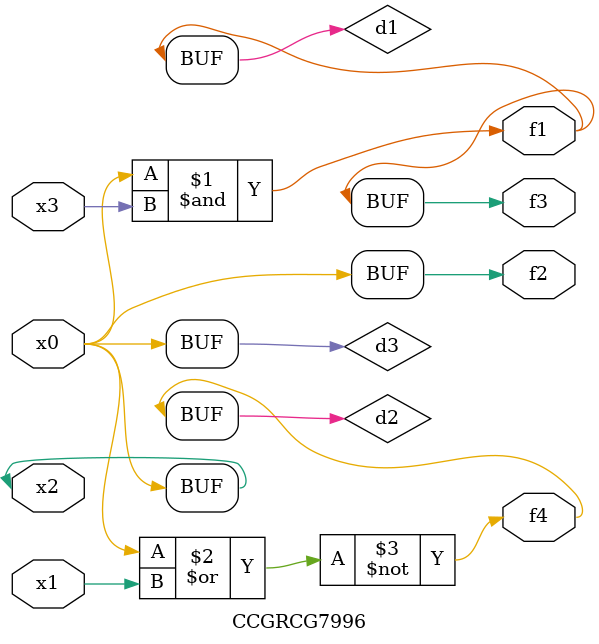
<source format=v>
module CCGRCG7996(
	input x0, x1, x2, x3,
	output f1, f2, f3, f4
);

	wire d1, d2, d3;

	and (d1, x2, x3);
	nor (d2, x0, x1);
	buf (d3, x0, x2);
	assign f1 = d1;
	assign f2 = d3;
	assign f3 = d1;
	assign f4 = d2;
endmodule

</source>
